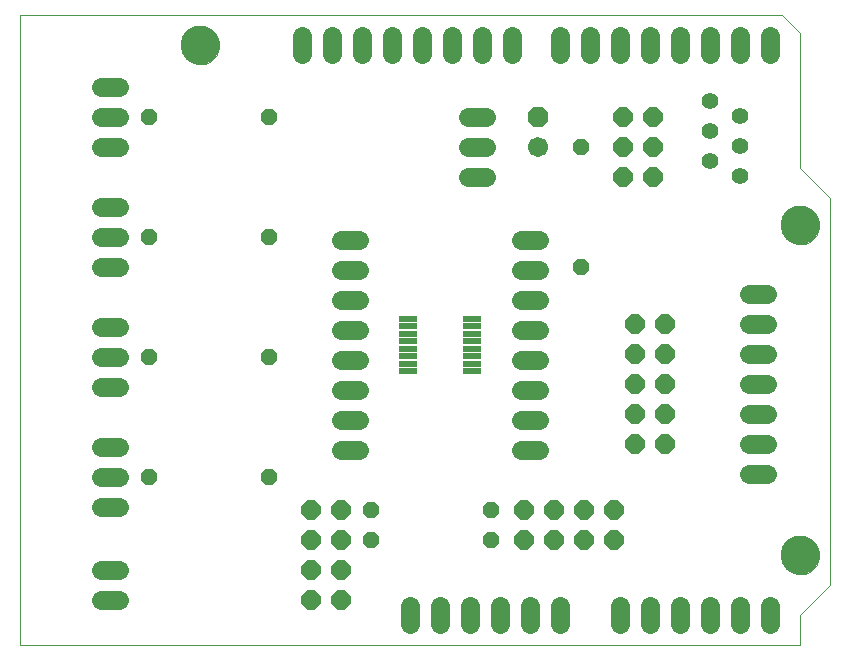
<source format=gts>
G75*
G70*
%OFA0B0*%
%FSLAX24Y24*%
%IPPOS*%
%LPD*%
%AMOC8*
5,1,8,0,0,1.08239X$1,22.5*
%
%ADD10C,0.0000*%
%ADD11C,0.0640*%
%ADD12OC8,0.0560*%
%ADD13OC8,0.0640*%
%ADD14C,0.0560*%
%ADD15OC8,0.0670*%
%ADD16C,0.0670*%
%ADD17C,0.1300*%
%ADD18R,0.0631X0.0217*%
D10*
X002631Y000101D02*
X002631Y021101D01*
X028031Y021101D01*
X028631Y020501D01*
X028631Y016001D01*
X029631Y015001D01*
X029631Y002101D01*
X028631Y001101D01*
X028631Y000101D01*
X002631Y000101D01*
X028001Y003101D02*
X028003Y003151D01*
X028009Y003201D01*
X028019Y003250D01*
X028033Y003298D01*
X028050Y003345D01*
X028071Y003390D01*
X028096Y003434D01*
X028124Y003475D01*
X028156Y003514D01*
X028190Y003551D01*
X028227Y003585D01*
X028267Y003615D01*
X028309Y003642D01*
X028353Y003666D01*
X028399Y003687D01*
X028446Y003703D01*
X028494Y003716D01*
X028544Y003725D01*
X028593Y003730D01*
X028644Y003731D01*
X028694Y003728D01*
X028743Y003721D01*
X028792Y003710D01*
X028840Y003695D01*
X028886Y003677D01*
X028931Y003655D01*
X028974Y003629D01*
X029015Y003600D01*
X029054Y003568D01*
X029090Y003533D01*
X029122Y003495D01*
X029152Y003455D01*
X029179Y003412D01*
X029202Y003368D01*
X029221Y003322D01*
X029237Y003274D01*
X029249Y003225D01*
X029257Y003176D01*
X029261Y003126D01*
X029261Y003076D01*
X029257Y003026D01*
X029249Y002977D01*
X029237Y002928D01*
X029221Y002880D01*
X029202Y002834D01*
X029179Y002790D01*
X029152Y002747D01*
X029122Y002707D01*
X029090Y002669D01*
X029054Y002634D01*
X029015Y002602D01*
X028974Y002573D01*
X028931Y002547D01*
X028886Y002525D01*
X028840Y002507D01*
X028792Y002492D01*
X028743Y002481D01*
X028694Y002474D01*
X028644Y002471D01*
X028593Y002472D01*
X028544Y002477D01*
X028494Y002486D01*
X028446Y002499D01*
X028399Y002515D01*
X028353Y002536D01*
X028309Y002560D01*
X028267Y002587D01*
X028227Y002617D01*
X028190Y002651D01*
X028156Y002688D01*
X028124Y002727D01*
X028096Y002768D01*
X028071Y002812D01*
X028050Y002857D01*
X028033Y002904D01*
X028019Y002952D01*
X028009Y003001D01*
X028003Y003051D01*
X028001Y003101D01*
X028001Y014101D02*
X028003Y014151D01*
X028009Y014201D01*
X028019Y014250D01*
X028033Y014298D01*
X028050Y014345D01*
X028071Y014390D01*
X028096Y014434D01*
X028124Y014475D01*
X028156Y014514D01*
X028190Y014551D01*
X028227Y014585D01*
X028267Y014615D01*
X028309Y014642D01*
X028353Y014666D01*
X028399Y014687D01*
X028446Y014703D01*
X028494Y014716D01*
X028544Y014725D01*
X028593Y014730D01*
X028644Y014731D01*
X028694Y014728D01*
X028743Y014721D01*
X028792Y014710D01*
X028840Y014695D01*
X028886Y014677D01*
X028931Y014655D01*
X028974Y014629D01*
X029015Y014600D01*
X029054Y014568D01*
X029090Y014533D01*
X029122Y014495D01*
X029152Y014455D01*
X029179Y014412D01*
X029202Y014368D01*
X029221Y014322D01*
X029237Y014274D01*
X029249Y014225D01*
X029257Y014176D01*
X029261Y014126D01*
X029261Y014076D01*
X029257Y014026D01*
X029249Y013977D01*
X029237Y013928D01*
X029221Y013880D01*
X029202Y013834D01*
X029179Y013790D01*
X029152Y013747D01*
X029122Y013707D01*
X029090Y013669D01*
X029054Y013634D01*
X029015Y013602D01*
X028974Y013573D01*
X028931Y013547D01*
X028886Y013525D01*
X028840Y013507D01*
X028792Y013492D01*
X028743Y013481D01*
X028694Y013474D01*
X028644Y013471D01*
X028593Y013472D01*
X028544Y013477D01*
X028494Y013486D01*
X028446Y013499D01*
X028399Y013515D01*
X028353Y013536D01*
X028309Y013560D01*
X028267Y013587D01*
X028227Y013617D01*
X028190Y013651D01*
X028156Y013688D01*
X028124Y013727D01*
X028096Y013768D01*
X028071Y013812D01*
X028050Y013857D01*
X028033Y013904D01*
X028019Y013952D01*
X028009Y014001D01*
X028003Y014051D01*
X028001Y014101D01*
X008001Y020101D02*
X008003Y020151D01*
X008009Y020201D01*
X008019Y020250D01*
X008033Y020298D01*
X008050Y020345D01*
X008071Y020390D01*
X008096Y020434D01*
X008124Y020475D01*
X008156Y020514D01*
X008190Y020551D01*
X008227Y020585D01*
X008267Y020615D01*
X008309Y020642D01*
X008353Y020666D01*
X008399Y020687D01*
X008446Y020703D01*
X008494Y020716D01*
X008544Y020725D01*
X008593Y020730D01*
X008644Y020731D01*
X008694Y020728D01*
X008743Y020721D01*
X008792Y020710D01*
X008840Y020695D01*
X008886Y020677D01*
X008931Y020655D01*
X008974Y020629D01*
X009015Y020600D01*
X009054Y020568D01*
X009090Y020533D01*
X009122Y020495D01*
X009152Y020455D01*
X009179Y020412D01*
X009202Y020368D01*
X009221Y020322D01*
X009237Y020274D01*
X009249Y020225D01*
X009257Y020176D01*
X009261Y020126D01*
X009261Y020076D01*
X009257Y020026D01*
X009249Y019977D01*
X009237Y019928D01*
X009221Y019880D01*
X009202Y019834D01*
X009179Y019790D01*
X009152Y019747D01*
X009122Y019707D01*
X009090Y019669D01*
X009054Y019634D01*
X009015Y019602D01*
X008974Y019573D01*
X008931Y019547D01*
X008886Y019525D01*
X008840Y019507D01*
X008792Y019492D01*
X008743Y019481D01*
X008694Y019474D01*
X008644Y019471D01*
X008593Y019472D01*
X008544Y019477D01*
X008494Y019486D01*
X008446Y019499D01*
X008399Y019515D01*
X008353Y019536D01*
X008309Y019560D01*
X008267Y019587D01*
X008227Y019617D01*
X008190Y019651D01*
X008156Y019688D01*
X008124Y019727D01*
X008096Y019768D01*
X008071Y019812D01*
X008050Y019857D01*
X008033Y019904D01*
X008019Y019952D01*
X008009Y020001D01*
X008003Y020051D01*
X008001Y020101D01*
D11*
X005931Y018701D02*
X005331Y018701D01*
X005331Y017701D02*
X005931Y017701D01*
X005931Y016701D02*
X005331Y016701D01*
X005331Y014701D02*
X005931Y014701D01*
X005931Y013701D02*
X005331Y013701D01*
X005331Y012701D02*
X005931Y012701D01*
X005931Y010701D02*
X005331Y010701D01*
X005331Y009701D02*
X005931Y009701D01*
X005931Y008701D02*
X005331Y008701D01*
X005331Y006701D02*
X005931Y006701D01*
X005931Y005701D02*
X005331Y005701D01*
X005331Y004701D02*
X005931Y004701D01*
X005931Y002601D02*
X005331Y002601D01*
X005331Y001601D02*
X005931Y001601D01*
X013331Y006601D02*
X013931Y006601D01*
X013931Y007601D02*
X013331Y007601D01*
X013331Y008601D02*
X013931Y008601D01*
X013931Y009601D02*
X013331Y009601D01*
X013331Y010601D02*
X013931Y010601D01*
X013931Y011601D02*
X013331Y011601D01*
X013331Y012601D02*
X013931Y012601D01*
X013931Y013601D02*
X013331Y013601D01*
X017556Y015701D02*
X018156Y015701D01*
X018156Y016701D02*
X017556Y016701D01*
X017556Y017701D02*
X018156Y017701D01*
X018031Y019801D02*
X018031Y020401D01*
X019031Y020401D02*
X019031Y019801D01*
X020631Y019801D02*
X020631Y020401D01*
X021631Y020401D02*
X021631Y019801D01*
X022631Y019801D02*
X022631Y020401D01*
X023631Y020401D02*
X023631Y019801D01*
X024631Y019801D02*
X024631Y020401D01*
X025631Y020401D02*
X025631Y019801D01*
X026631Y019801D02*
X026631Y020401D01*
X027631Y020401D02*
X027631Y019801D01*
X019931Y013601D02*
X019331Y013601D01*
X019331Y012601D02*
X019931Y012601D01*
X019931Y011601D02*
X019331Y011601D01*
X019331Y010601D02*
X019931Y010601D01*
X019931Y009601D02*
X019331Y009601D01*
X019331Y008601D02*
X019931Y008601D01*
X019931Y007601D02*
X019331Y007601D01*
X019331Y006601D02*
X019931Y006601D01*
X026931Y006801D02*
X027531Y006801D01*
X027531Y007801D02*
X026931Y007801D01*
X026931Y008801D02*
X027531Y008801D01*
X027531Y009801D02*
X026931Y009801D01*
X026931Y010801D02*
X027531Y010801D01*
X027531Y011801D02*
X026931Y011801D01*
X026931Y005801D02*
X027531Y005801D01*
X027631Y001401D02*
X027631Y000801D01*
X026631Y000801D02*
X026631Y001401D01*
X025631Y001401D02*
X025631Y000801D01*
X024631Y000801D02*
X024631Y001401D01*
X023631Y001401D02*
X023631Y000801D01*
X022631Y000801D02*
X022631Y001401D01*
X020631Y001401D02*
X020631Y000801D01*
X019631Y000801D02*
X019631Y001401D01*
X018631Y001401D02*
X018631Y000801D01*
X017631Y000801D02*
X017631Y001401D01*
X016631Y001401D02*
X016631Y000801D01*
X015631Y000801D02*
X015631Y001401D01*
X016031Y019801D02*
X016031Y020401D01*
X017031Y020401D02*
X017031Y019801D01*
X015031Y019801D02*
X015031Y020401D01*
X014031Y020401D02*
X014031Y019801D01*
X013031Y019801D02*
X013031Y020401D01*
X012031Y020401D02*
X012031Y019801D01*
D12*
X010931Y017701D03*
X006931Y017701D03*
X006931Y013701D03*
X010931Y013701D03*
X010931Y009701D03*
X006931Y009701D03*
X006931Y005701D03*
X010931Y005701D03*
X014331Y004601D03*
X014331Y003601D03*
X018331Y003601D03*
X018331Y004601D03*
X021331Y012701D03*
X021331Y016701D03*
D13*
X022731Y016701D03*
X023731Y016701D03*
X023731Y017701D03*
X022731Y017701D03*
X022731Y015701D03*
X023731Y015701D03*
X024131Y010801D03*
X023131Y010801D03*
X023131Y009801D03*
X024131Y009801D03*
X024131Y008801D03*
X023131Y008801D03*
X023131Y007801D03*
X024131Y007801D03*
X024131Y006801D03*
X023131Y006801D03*
X022431Y004601D03*
X021431Y004601D03*
X020431Y004601D03*
X019431Y004601D03*
X019431Y003601D03*
X020431Y003601D03*
X021431Y003601D03*
X022431Y003601D03*
X013331Y003601D03*
X012331Y003601D03*
X012331Y004601D03*
X013331Y004601D03*
X013331Y002601D03*
X013331Y001601D03*
X012331Y001601D03*
X012331Y002601D03*
D14*
X026631Y015751D03*
X025631Y016251D03*
X026631Y016751D03*
X025631Y017251D03*
X026631Y017751D03*
X025631Y018251D03*
D15*
X019881Y017701D03*
D16*
X019881Y016701D03*
D17*
X028631Y014101D03*
X028631Y003101D03*
X008631Y020101D03*
D18*
X015571Y010976D03*
X015571Y010726D03*
X015571Y010476D03*
X015571Y010226D03*
X015571Y009976D03*
X015571Y009726D03*
X015571Y009476D03*
X015571Y009226D03*
X017690Y009226D03*
X017690Y009476D03*
X017690Y009726D03*
X017690Y009976D03*
X017690Y010226D03*
X017690Y010476D03*
X017690Y010726D03*
X017690Y010976D03*
M02*

</source>
